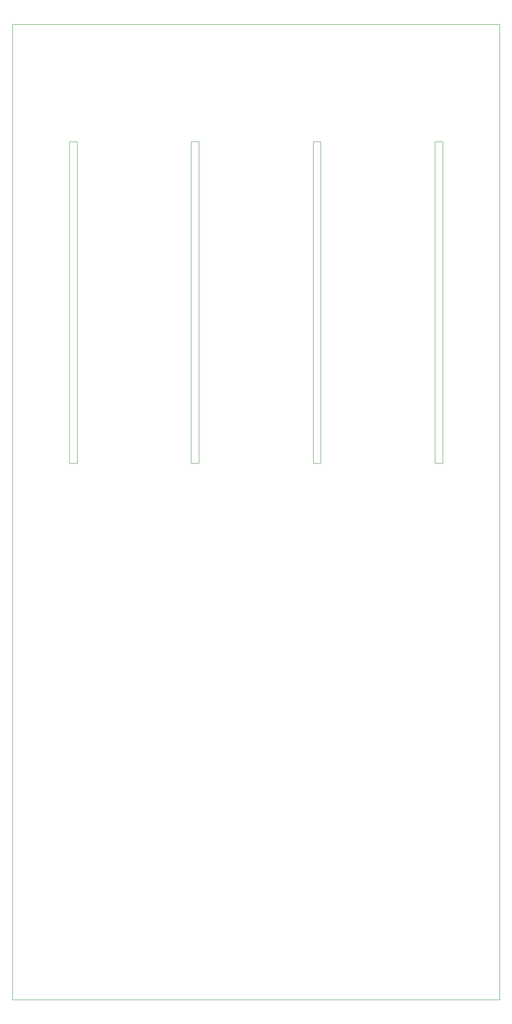
<source format=gbr>
%TF.GenerationSoftware,KiCad,Pcbnew,5.1.9-73d0e3b20d~88~ubuntu20.04.1*%
%TF.CreationDate,2021-04-01T10:45:02-04:00*%
%TF.ProjectId,ao_output_panel,616f5f6f-7574-4707-9574-5f70616e656c,rev?*%
%TF.SameCoordinates,Original*%
%TF.FileFunction,Profile,NP*%
%FSLAX46Y46*%
G04 Gerber Fmt 4.6, Leading zero omitted, Abs format (unit mm)*
G04 Created by KiCad (PCBNEW 5.1.9-73d0e3b20d~88~ubuntu20.04.1) date 2021-04-01 10:45:02*
%MOMM*%
%LPD*%
G01*
G04 APERTURE LIST*
%TA.AperFunction,Profile*%
%ADD10C,0.050000*%
%TD*%
G04 APERTURE END LIST*
D10*
X136700000Y-110000000D02*
X136700000Y-44000000D01*
X138300000Y-44000000D02*
X138300000Y-110000000D01*
X136700000Y-44000000D02*
X138300000Y-44000000D01*
X138300000Y-110000000D02*
X136700000Y-110000000D01*
X113300000Y-44000000D02*
X113300000Y-110000000D01*
X111700000Y-44000000D02*
X113300000Y-44000000D01*
X111700000Y-110000000D02*
X111700000Y-44000000D01*
X113300000Y-110000000D02*
X111700000Y-110000000D01*
X88300000Y-110000000D02*
X86700000Y-110000000D01*
X86700000Y-44000000D02*
X88300000Y-44000000D01*
X86700000Y-110000000D02*
X86700000Y-44000000D01*
X88300000Y-44000000D02*
X88300000Y-110000000D01*
X61700000Y-110000000D02*
X61700000Y-44000000D01*
X63300000Y-110000000D02*
X61700000Y-110000000D01*
X63300000Y-44000000D02*
X63300000Y-110000000D01*
X61700000Y-44000000D02*
X63300000Y-44000000D01*
X50000000Y-220000000D02*
X50000000Y-20000000D01*
X150000000Y-220000000D02*
X50000000Y-220000000D01*
X150000000Y-20000000D02*
X150000000Y-220000000D01*
X50000000Y-20000000D02*
X150000000Y-20000000D01*
M02*

</source>
